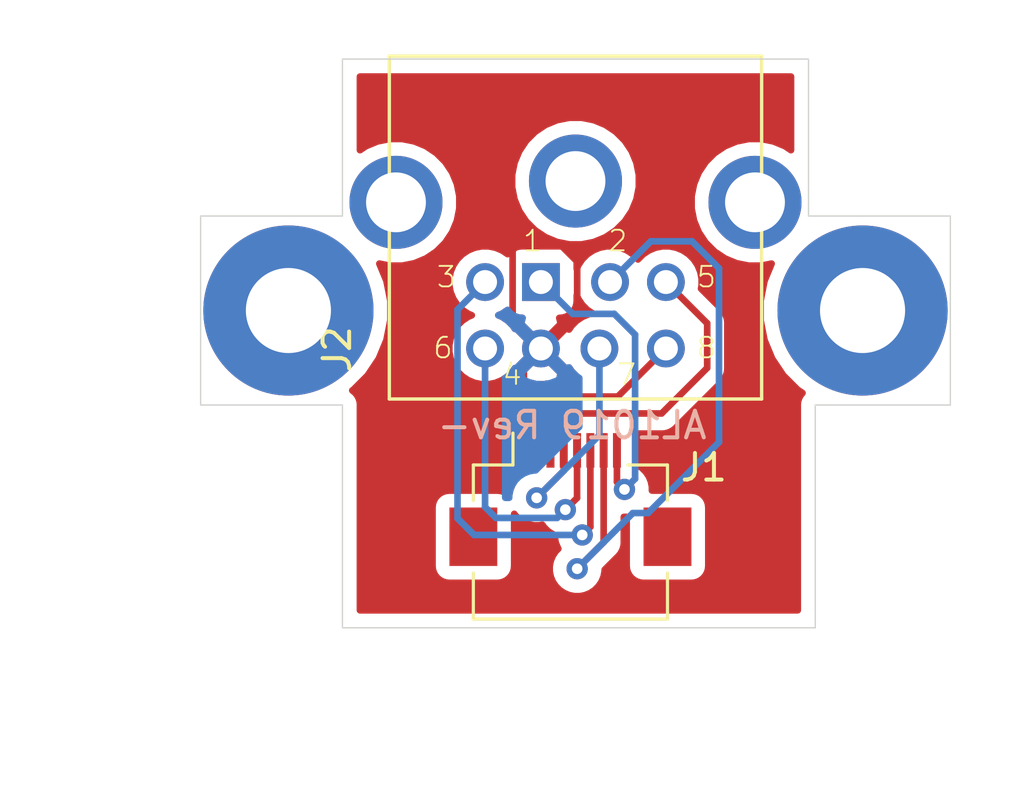
<source format=kicad_pcb>
(kicad_pcb (version 20171130) (host pcbnew 5.1.10-88a1d61d58~89~ubuntu20.04.1)

  (general
    (thickness 1.6)
    (drawings 13)
    (tracks 57)
    (zones 0)
    (modules 4)
    (nets 9)
  )

  (page A4)
  (layers
    (0 F.Cu signal)
    (31 B.Cu signal)
    (32 B.Adhes user)
    (33 F.Adhes user)
    (34 B.Paste user)
    (35 F.Paste user)
    (36 B.SilkS user)
    (37 F.SilkS user)
    (38 B.Mask user)
    (39 F.Mask user)
    (40 Dwgs.User user)
    (41 Cmts.User user)
    (42 Eco1.User user)
    (43 Eco2.User user)
    (44 Edge.Cuts user)
    (45 Margin user)
    (46 B.CrtYd user)
    (47 F.CrtYd user)
    (48 B.Fab user)
    (49 F.Fab user)
  )

  (setup
    (last_trace_width 0.25)
    (trace_clearance 0.2)
    (zone_clearance 0.508)
    (zone_45_only no)
    (trace_min 0.2)
    (via_size 0.8)
    (via_drill 0.4)
    (via_min_size 0.4)
    (via_min_drill 0.3)
    (uvia_size 0.3)
    (uvia_drill 0.1)
    (uvias_allowed no)
    (uvia_min_size 0.2)
    (uvia_min_drill 0.1)
    (edge_width 0.05)
    (segment_width 0.2)
    (pcb_text_width 0.3)
    (pcb_text_size 1.5 1.5)
    (mod_edge_width 0.12)
    (mod_text_size 1 1)
    (mod_text_width 0.15)
    (pad_size 1.524 1.524)
    (pad_drill 0.762)
    (pad_to_mask_clearance 0)
    (aux_axis_origin 0 0)
    (visible_elements FFFFFF7F)
    (pcbplotparams
      (layerselection 0x010fc_ffffffff)
      (usegerberextensions true)
      (usegerberattributes true)
      (usegerberadvancedattributes true)
      (creategerberjobfile true)
      (excludeedgelayer true)
      (linewidth 0.150000)
      (plotframeref false)
      (viasonmask false)
      (mode 1)
      (useauxorigin false)
      (hpglpennumber 1)
      (hpglpenspeed 20)
      (hpglpendiameter 15.000000)
      (psnegative false)
      (psa4output false)
      (plotreference true)
      (plotvalue false)
      (plotinvisibletext false)
      (padsonsilk false)
      (subtractmaskfromsilk false)
      (outputformat 1)
      (mirror false)
      (drillshape 0)
      (scaleselection 1)
      (outputdirectory "cam/"))
  )

  (net 0 "")
  (net 1 /GPi)
  (net 2 /HSKo)
  (net 3 /HSKi)
  (net 4 /RXD-)
  (net 5 /RXD+)
  (net 6 /TXD-)
  (net 7 /TXD+)
  (net 8 GND)

  (net_class Default "This is the default net class."
    (clearance 0.2)
    (trace_width 0.25)
    (via_dia 0.8)
    (via_drill 0.4)
    (uvia_dia 0.3)
    (uvia_drill 0.1)
    (add_net /GPi)
    (add_net /HSKi)
    (add_net /HSKo)
    (add_net /RXD+)
    (add_net /RXD-)
    (add_net /TXD+)
    (add_net /TXD-)
    (add_net GND)
  )

  (module AL_Footprints:MINI_DIN8 (layer F.Cu) (tedit 6158B9D6) (tstamp 61544835)
    (at 66.929 34.753)
    (path /6154FF55)
    (fp_text reference J2 (at -8.382 7.284 -90) (layer F.SilkS)
      (effects (font (size 1 1) (thickness 0.15)) (justify left bottom))
    )
    (fp_text value Mini-DIN-8 (at -6.35 -2.59) (layer F.Fab)
      (effects (font (size 1.6891 1.6891) (thickness 0.16891)) (justify right bottom))
    )
    (fp_line (start -6.7 1.75) (end -6.95 1.75) (layer F.SilkS) (width 0.127))
    (fp_line (start -6.7 -0.25) (end -6.7 1.75) (layer F.SilkS) (width 0.127))
    (fp_line (start -7 -0.25) (end -6.7 -0.25) (layer F.SilkS) (width 0.127))
    (fp_line (start 6.7 1.75) (end 7 1.75) (layer F.SilkS) (width 0.127))
    (fp_line (start 6.7 -0.25) (end 6.7 1.75) (layer F.SilkS) (width 0.127))
    (fp_line (start 7 -0.25) (end 6.7 -0.25) (layer F.SilkS) (width 0.127))
    (fp_line (start 7 -0.25) (end 7 -4.7) (layer F.SilkS) (width 0.127))
    (fp_line (start 7 1.75) (end 7 -0.25) (layer F.SilkS) (width 0.127))
    (fp_line (start 7 8.2) (end 7 1.75) (layer F.SilkS) (width 0.127))
    (fp_line (start -7 8.2) (end 7 8.2) (layer F.SilkS) (width 0.127))
    (fp_line (start -7 -0.25) (end -7 8.2) (layer F.SilkS) (width 0.127))
    (fp_line (start -7 -4.7) (end -7 -0.25) (layer F.SilkS) (width 0.127))
    (fp_line (start 7 -4.7) (end -7 -4.7) (layer F.SilkS) (width 0.127))
    (fp_text user 4 (at -1.972 7.731 180) (layer F.SilkS)
      (effects (font (size 0.77216 0.77216) (thickness 0.065024)) (justify right bottom))
    )
    (fp_text user 4 (at -1.972 7.731 180) (layer F.SilkS)
      (effects (font (size 0.77216 0.77216) (thickness 0.065024)) (justify right bottom))
    )
    (fp_text user 7 (at 2.334 7.731 180) (layer F.SilkS)
      (effects (font (size 0.77216 0.77216) (thickness 0.065024)) (justify right bottom))
    )
    (fp_text user 7 (at 2.334 7.731 180) (layer F.SilkS)
      (effects (font (size 0.77216 0.77216) (thickness 0.065024)) (justify right bottom))
    )
    (fp_text user 2 (at 2 2.7 180) (layer F.SilkS)
      (effects (font (size 0.77216 0.77216) (thickness 0.065024)) (justify right bottom))
    )
    (fp_text user 5 (at 5.334 4.064 180) (layer F.SilkS)
      (effects (font (size 0.77216 0.77216) (thickness 0.065024)) (justify right bottom))
    )
    (fp_text user 6 (at -4.572 6.731 180) (layer F.SilkS)
      (effects (font (size 0.77216 0.77216) (thickness 0.065024)) (justify right bottom))
    )
    (fp_text user 1 (at -1.2 2.7 180) (layer F.SilkS)
      (effects (font (size 0.77216 0.77216) (thickness 0.065024)) (justify right bottom))
    )
    (fp_text user 3 (at -4.445 4.064 180) (layer F.SilkS)
      (effects (font (size 0.77216 0.77216) (thickness 0.065024)) (justify right bottom))
    )
    (fp_text user 8 (at 5.334 6.731 180) (layer F.SilkS)
      (effects (font (size 0.77216 0.77216) (thickness 0.065024)) (justify right bottom))
    )
    (fp_text user 8 (at 5.334 6.731 180) (layer F.SilkS)
      (effects (font (size 0.77216 0.77216) (thickness 0.065024)) (justify right bottom))
    )
    (fp_text user 6 (at -4.572 6.731 180) (layer F.SilkS)
      (effects (font (size 0.77216 0.77216) (thickness 0.065024)) (justify right bottom))
    )
    (fp_text user 5 (at 5.334 4.064 180) (layer F.SilkS)
      (effects (font (size 0.77216 0.77216) (thickness 0.065024)) (justify right bottom))
    )
    (fp_text user 3 (at -4.445 4.064 180) (layer F.SilkS)
      (effects (font (size 0.77216 0.77216) (thickness 0.065024)) (justify right bottom))
    )
    (fp_text user 2 (at 2 2.7 180) (layer F.SilkS)
      (effects (font (size 0.77216 0.77216) (thickness 0.065024)) (justify right bottom))
    )
    (fp_text user 1 (at -1.2 2.7 180) (layer F.SilkS)
      (effects (font (size 0.77216 0.77216) (thickness 0.065024)) (justify right bottom))
    )
    (pad 7 thru_hole circle (at 0.9 6.3) (size 1.4224 1.4224) (drill 0.9) (layers *.Cu *.Mask)
      (net 1 /GPi) (solder_mask_margin 0.0508))
    (pad 4 thru_hole circle (at -1.3 6.3) (size 1.4224 1.4224) (drill 0.9) (layers *.Cu *.Mask)
      (net 8 GND) (solder_mask_margin 0.0508))
    (pad 6 thru_hole circle (at -3.4 6.3) (size 1.4224 1.4224) (drill 0.9) (layers *.Cu *.Mask)
      (net 7 /TXD+) (solder_mask_margin 0.0508))
    (pad 8 thru_hole circle (at 3.4 6.3) (size 1.4224 1.4224) (drill 0.9) (layers *.Cu *.Mask)
      (net 5 /RXD+) (solder_mask_margin 0.0508))
    (pad 5 thru_hole circle (at 3.4 3.8) (size 1.4224 1.4224) (drill 0.9) (layers *.Cu *.Mask)
      (net 4 /RXD-) (solder_mask_margin 0.0508))
    (pad 3 thru_hole circle (at -3.4 3.8) (size 1.4224 1.4224) (drill 0.9) (layers *.Cu *.Mask)
      (net 6 /TXD-) (solder_mask_margin 0.0508))
    (pad 1 thru_hole rect (at -1.3 3.8) (size 1.4224 1.4224) (drill 0.9) (layers *.Cu *.Mask)
      (net 2 /HSKo) (solder_mask_margin 0.0508))
    (pad 2 thru_hole circle (at 1.3 3.8) (size 1.4224 1.4224) (drill 0.9) (layers *.Cu *.Mask)
      (net 3 /HSKi) (solder_mask_margin 0.0508))
    (pad SH2 thru_hole circle (at 0 0) (size 3.5 3.5) (drill 2.25) (layers *.Cu *.Mask)
      (solder_mask_margin 0.0508))
    (pad SH3 thru_hole circle (at -6.75 0.8) (size 3.5 3.5) (drill 2.25) (layers *.Cu *.Mask)
      (solder_mask_margin 0.0508))
    (pad SH1 thru_hole circle (at 6.75 0.8) (size 3.5 3.5) (drill 2.25) (layers *.Cu *.Mask)
      (solder_mask_margin 0.0508))
    (model "/home/jjlange/Nextcloud/Projects/KiCAD Libraries/packages3d/Mini-DIN-6P.step"
      (offset (xyz 0 4.75 6.75))
      (scale (xyz 1 1 1))
      (rotate (xyz 0 0 90))
    )
  )

  (module MountingHole:MountingHole_3.2mm_M3_Pad (layer F.Cu) (tedit 56D1B4CB) (tstamp 615447E9)
    (at 77.724 39.624)
    (descr "Mounting Hole 3.2mm, M3")
    (tags "mounting hole 3.2mm m3")
    (path /61552AA5)
    (attr virtual)
    (fp_text reference H2 (at 0 -4.2) (layer F.SilkS) hide
      (effects (font (size 1 1) (thickness 0.15)))
    )
    (fp_text value MountingHole (at 0 4.2) (layer F.Fab)
      (effects (font (size 1 1) (thickness 0.15)))
    )
    (fp_circle (center 0 0) (end 3.2 0) (layer Cmts.User) (width 0.15))
    (fp_circle (center 0 0) (end 3.45 0) (layer F.CrtYd) (width 0.05))
    (fp_text user %R (at 0.3 0) (layer F.Fab)
      (effects (font (size 1 1) (thickness 0.15)))
    )
    (pad 1 thru_hole circle (at 0 0) (size 6.4 6.4) (drill 3.2) (layers *.Cu *.Mask))
  )

  (module MountingHole:MountingHole_3.2mm_M3_Pad (layer F.Cu) (tedit 56D1B4CB) (tstamp 615449E2)
    (at 56.134 39.624)
    (descr "Mounting Hole 3.2mm, M3")
    (tags "mounting hole 3.2mm m3")
    (path /61552449)
    (attr virtual)
    (fp_text reference H1 (at 0 -4.2) (layer F.SilkS) hide
      (effects (font (size 1 1) (thickness 0.15)))
    )
    (fp_text value MountingHole (at 0 4.2) (layer F.Fab)
      (effects (font (size 1 1) (thickness 0.15)))
    )
    (fp_circle (center 0 0) (end 3.2 0) (layer Cmts.User) (width 0.15))
    (fp_circle (center 0 0) (end 3.45 0) (layer F.CrtYd) (width 0.05))
    (fp_text user %R (at 0.3 0) (layer F.Fab)
      (effects (font (size 1 1) (thickness 0.15)))
    )
    (pad 1 thru_hole circle (at 0 0) (size 6.4 6.4) (drill 3.2) (layers *.Cu *.Mask))
  )

  (module Connector_FFC-FPC:Hirose_FH12-8S-0.5SH_1x08-1MP_P0.50mm_Horizontal (layer F.Cu) (tedit 5D24667B) (tstamp 6158D115)
    (at 66.7385 46.736)
    (descr "Hirose FH12, FFC/FPC connector, FH12-8S-0.5SH, 8 Pins per row (https://www.hirose.com/product/en/products/FH12/FH12-24S-0.5SH(55)/), generated with kicad-footprint-generator")
    (tags "connector Hirose FH12 horizontal")
    (path /6158D128)
    (attr smd)
    (fp_text reference J1 (at 5.0165 -1.2065) (layer F.SilkS)
      (effects (font (size 1 1) (thickness 0.15)))
    )
    (fp_text value Conn_01x08 (at 0 5.6) (layer F.Fab)
      (effects (font (size 1 1) (thickness 0.15)))
    )
    (fp_line (start 5.05 -3) (end -5.05 -3) (layer F.CrtYd) (width 0.05))
    (fp_line (start 5.05 4.9) (end 5.05 -3) (layer F.CrtYd) (width 0.05))
    (fp_line (start -5.05 4.9) (end 5.05 4.9) (layer F.CrtYd) (width 0.05))
    (fp_line (start -5.05 -3) (end -5.05 4.9) (layer F.CrtYd) (width 0.05))
    (fp_line (start -1.75 -0.492893) (end -1.25 -1.2) (layer F.Fab) (width 0.1))
    (fp_line (start -2.25 -1.2) (end -1.75 -0.492893) (layer F.Fab) (width 0.1))
    (fp_line (start -2.16 -1.3) (end -2.16 -2.5) (layer F.SilkS) (width 0.12))
    (fp_line (start 3.65 4.5) (end 3.65 2.76) (layer F.SilkS) (width 0.12))
    (fp_line (start -3.65 4.5) (end 3.65 4.5) (layer F.SilkS) (width 0.12))
    (fp_line (start -3.65 2.76) (end -3.65 4.5) (layer F.SilkS) (width 0.12))
    (fp_line (start 3.65 -1.3) (end 3.65 0.04) (layer F.SilkS) (width 0.12))
    (fp_line (start 2.16 -1.3) (end 3.65 -1.3) (layer F.SilkS) (width 0.12))
    (fp_line (start -3.65 -1.3) (end -3.65 0.04) (layer F.SilkS) (width 0.12))
    (fp_line (start -2.16 -1.3) (end -3.65 -1.3) (layer F.SilkS) (width 0.12))
    (fp_line (start 3.45 4.4) (end 0 4.4) (layer F.Fab) (width 0.1))
    (fp_line (start 3.45 3.7) (end 3.45 4.4) (layer F.Fab) (width 0.1))
    (fp_line (start 2.95 3.7) (end 3.45 3.7) (layer F.Fab) (width 0.1))
    (fp_line (start 2.95 3.4) (end 2.95 3.7) (layer F.Fab) (width 0.1))
    (fp_line (start 3.55 3.4) (end 2.95 3.4) (layer F.Fab) (width 0.1))
    (fp_line (start 3.55 -1.2) (end 3.55 3.4) (layer F.Fab) (width 0.1))
    (fp_line (start 0 -1.2) (end 3.55 -1.2) (layer F.Fab) (width 0.1))
    (fp_line (start -3.45 4.4) (end 0 4.4) (layer F.Fab) (width 0.1))
    (fp_line (start -3.45 3.7) (end -3.45 4.4) (layer F.Fab) (width 0.1))
    (fp_line (start -2.95 3.7) (end -3.45 3.7) (layer F.Fab) (width 0.1))
    (fp_line (start -2.95 3.4) (end -2.95 3.7) (layer F.Fab) (width 0.1))
    (fp_line (start -3.55 3.4) (end -2.95 3.4) (layer F.Fab) (width 0.1))
    (fp_line (start -3.55 -1.2) (end -3.55 3.4) (layer F.Fab) (width 0.1))
    (fp_line (start 0 -1.2) (end -3.55 -1.2) (layer F.Fab) (width 0.1))
    (fp_text user %R (at 0 3.7) (layer F.Fab)
      (effects (font (size 1 1) (thickness 0.15)))
    )
    (pad MP smd rect (at 3.65 1.4) (size 1.8 2.2) (layers F.Cu F.Paste F.Mask))
    (pad MP smd rect (at -3.65 1.4) (size 1.8 2.2) (layers F.Cu F.Paste F.Mask))
    (pad 1 smd rect (at -1.75 -1.85) (size 0.3 1.3) (layers F.Cu F.Paste F.Mask)
      (net 8 GND))
    (pad 2 smd rect (at -1.25 -1.85) (size 0.3 1.3) (layers F.Cu F.Paste F.Mask)
      (net 5 /RXD+))
    (pad 3 smd rect (at -0.75 -1.85) (size 0.3 1.3) (layers F.Cu F.Paste F.Mask)
      (net 4 /RXD-))
    (pad 4 smd rect (at -0.25 -1.85) (size 0.3 1.3) (layers F.Cu F.Paste F.Mask)
      (net 1 /GPi))
    (pad 5 smd rect (at 0.25 -1.85) (size 0.3 1.3) (layers F.Cu F.Paste F.Mask)
      (net 7 /TXD+))
    (pad 6 smd rect (at 0.75 -1.85) (size 0.3 1.3) (layers F.Cu F.Paste F.Mask)
      (net 6 /TXD-))
    (pad 7 smd rect (at 1.25 -1.85) (size 0.3 1.3) (layers F.Cu F.Paste F.Mask)
      (net 3 /HSKi))
    (pad 8 smd rect (at 1.75 -1.85) (size 0.3 1.3) (layers F.Cu F.Paste F.Mask)
      (net 2 /HSKo))
    (model ${KISYS3DMOD}/Connector_FFC-FPC.3dshapes/Hirose_FH12-8S-0.5SH_1x08-1MP_P0.50mm_Horizontal.wrl
      (at (xyz 0 0 0))
      (scale (xyz 1 1 1))
      (rotate (xyz 0 0 0))
    )
  )

  (gr_text "AL1019 Rev-" (at 66.802 43.942) (layer B.SilkS)
    (effects (font (size 1 1) (thickness 0.15)) (justify mirror))
  )
  (gr_line (start 58.166 36.068) (end 58.166 30.1625) (layer Edge.Cuts) (width 0.05) (tstamp 6154488E))
  (gr_line (start 52.832 36.068) (end 58.166 36.068) (layer Edge.Cuts) (width 0.05))
  (gr_line (start 52.832 43.18) (end 52.832 36.068) (layer Edge.Cuts) (width 0.05))
  (gr_line (start 58.166 43.18) (end 52.832 43.18) (layer Edge.Cuts) (width 0.05))
  (gr_line (start 58.166 51.562) (end 58.166 43.18) (layer Edge.Cuts) (width 0.05))
  (gr_line (start 75.946 51.562) (end 58.166 51.562) (layer Edge.Cuts) (width 0.05))
  (gr_line (start 75.946 43.18) (end 75.946 51.562) (layer Edge.Cuts) (width 0.05))
  (gr_line (start 81.026 43.18) (end 75.946 43.18) (layer Edge.Cuts) (width 0.05))
  (gr_line (start 81.026 36.068) (end 81.026 43.18) (layer Edge.Cuts) (width 0.05))
  (gr_line (start 75.692 36.068) (end 81.026 36.068) (layer Edge.Cuts) (width 0.05))
  (gr_line (start 75.692 30.1625) (end 75.692 36.068) (layer Edge.Cuts) (width 0.05))
  (gr_line (start 58.166 30.1625) (end 75.692 30.1625) (layer Edge.Cuts) (width 0.05))

  (via (at 65.4685 46.6725) (size 0.8) (drill 0.4) (layers F.Cu B.Cu) (net 1))
  (segment (start 66.4885 45.6525) (end 65.4685 46.6725) (width 0.25) (layer F.Cu) (net 1))
  (segment (start 66.4885 44.886) (end 66.4885 45.6525) (width 0.25) (layer F.Cu) (net 1))
  (segment (start 67.829 44.312) (end 67.829 41.053) (width 0.25) (layer B.Cu) (net 1))
  (segment (start 65.4685 46.6725) (end 67.829 44.312) (width 0.25) (layer B.Cu) (net 1))
  (via (at 68.7705 46.355) (size 0.8) (drill 0.4) (layers F.Cu B.Cu) (net 2))
  (segment (start 68.4885 46.073) (end 68.7705 46.355) (width 0.25) (layer F.Cu) (net 2))
  (segment (start 68.4885 44.886) (end 68.4885 46.073) (width 0.25) (layer F.Cu) (net 2))
  (segment (start 68.3895 39.751) (end 66.827 39.751) (width 0.25) (layer B.Cu) (net 2))
  (segment (start 69.170499 40.531999) (end 68.3895 39.751) (width 0.25) (layer B.Cu) (net 2))
  (segment (start 66.827 39.751) (end 65.629 38.553) (width 0.25) (layer B.Cu) (net 2))
  (segment (start 69.170499 45.955001) (end 69.170499 40.531999) (width 0.25) (layer B.Cu) (net 2))
  (segment (start 68.7705 46.355) (end 69.170499 45.955001) (width 0.25) (layer B.Cu) (net 2))
  (segment (start 67.9885 48.3435) (end 66.9925 49.3395) (width 0.25) (layer F.Cu) (net 3))
  (via (at 66.9925 49.3395) (size 0.8) (drill 0.4) (layers F.Cu B.Cu) (net 3))
  (segment (start 67.9885 44.886) (end 67.9885 48.3435) (width 0.25) (layer F.Cu) (net 3))
  (segment (start 66.9925 49.3395) (end 69.088 47.244) (width 0.25) (layer B.Cu) (net 3))
  (segment (start 69.088 47.244) (end 69.6595 47.244) (width 0.25) (layer B.Cu) (net 3))
  (segment (start 69.6595 47.244) (end 72.3265 44.577) (width 0.25) (layer B.Cu) (net 3))
  (segment (start 72.3265 44.577) (end 72.3265 38.0365) (width 0.25) (layer B.Cu) (net 3))
  (segment (start 72.3265 38.0365) (end 71.3105 37.0205) (width 0.25) (layer B.Cu) (net 3))
  (segment (start 69.7615 37.0205) (end 68.229 38.553) (width 0.25) (layer B.Cu) (net 3))
  (segment (start 71.3105 37.0205) (end 69.7615 37.0205) (width 0.25) (layer B.Cu) (net 3))
  (segment (start 71.882 40.106) (end 70.329 38.553) (width 0.25) (layer F.Cu) (net 4))
  (segment (start 71.882 41.783) (end 71.882 40.106) (width 0.25) (layer F.Cu) (net 4))
  (segment (start 70.1675 43.4975) (end 71.882 41.783) (width 0.25) (layer F.Cu) (net 4))
  (segment (start 66.491998 43.4975) (end 70.1675 43.4975) (width 0.25) (layer F.Cu) (net 4))
  (segment (start 66.013499 43.975999) (end 66.491998 43.4975) (width 0.25) (layer F.Cu) (net 4))
  (segment (start 66.013499 44.886) (end 66.013499 43.975999) (width 0.25) (layer F.Cu) (net 4))
  (segment (start 65.9885 44.886) (end 66.013499 44.886) (width 0.25) (layer F.Cu) (net 4))
  (segment (start 65.4885 43.864587) (end 66.490587 42.8625) (width 0.25) (layer F.Cu) (net 5))
  (segment (start 68.5195 42.8625) (end 70.329 41.053) (width 0.25) (layer F.Cu) (net 5))
  (segment (start 65.4885 44.886) (end 65.4885 43.864587) (width 0.25) (layer F.Cu) (net 5))
  (segment (start 66.490587 42.8625) (end 68.5195 42.8625) (width 0.25) (layer F.Cu) (net 5))
  (segment (start 67.4885 47.764) (end 67.183 48.0695) (width 0.25) (layer F.Cu) (net 6))
  (via (at 67.183 48.0695) (size 0.8) (drill 0.4) (layers F.Cu B.Cu) (net 6))
  (segment (start 67.4885 44.886) (end 67.4885 47.764) (width 0.25) (layer F.Cu) (net 6))
  (segment (start 67.183 48.0695) (end 63.119 48.0695) (width 0.25) (layer B.Cu) (net 6))
  (segment (start 62.492799 39.589201) (end 63.529 38.553) (width 0.25) (layer B.Cu) (net 6))
  (segment (start 62.492799 47.443299) (end 62.492799 39.589201) (width 0.25) (layer B.Cu) (net 6))
  (segment (start 63.119 48.0695) (end 62.492799 47.443299) (width 0.25) (layer B.Cu) (net 6))
  (via (at 66.548 47.117) (size 0.8) (drill 0.4) (layers F.Cu B.Cu) (net 7))
  (segment (start 66.9885 46.6765) (end 66.548 47.117) (width 0.25) (layer F.Cu) (net 7))
  (segment (start 66.9885 44.886) (end 66.9885 46.6765) (width 0.25) (layer F.Cu) (net 7))
  (segment (start 66.548 47.117) (end 66.236011 47.428989) (width 0.25) (layer B.Cu) (net 7))
  (segment (start 63.529 47.019) (end 63.529 41.053) (width 0.25) (layer B.Cu) (net 7))
  (segment (start 66.236011 47.428989) (end 63.938989 47.428989) (width 0.25) (layer B.Cu) (net 7))
  (segment (start 63.938989 47.428989) (end 63.529 47.019) (width 0.25) (layer B.Cu) (net 7))
  (segment (start 64.9885 41.6935) (end 65.629 41.053) (width 0.25) (layer F.Cu) (net 8))
  (segment (start 64.9885 44.886) (end 64.9885 41.6935) (width 0.25) (layer F.Cu) (net 8))
  (segment (start 64.565201 37.352299) (end 64.565201 39.989201) (width 0.25) (layer F.Cu) (net 8))
  (segment (start 64.8335 37.084) (end 64.565201 37.352299) (width 0.25) (layer F.Cu) (net 8))
  (segment (start 66.294 37.084) (end 64.8335 37.084) (width 0.25) (layer F.Cu) (net 8))
  (segment (start 66.9925 37.7825) (end 66.294 37.084) (width 0.25) (layer F.Cu) (net 8))
  (segment (start 66.9925 39.6895) (end 66.9925 37.7825) (width 0.25) (layer F.Cu) (net 8))
  (segment (start 64.565201 39.989201) (end 65.629 41.053) (width 0.25) (layer F.Cu) (net 8))
  (segment (start 65.629 41.053) (end 66.9925 39.6895) (width 0.25) (layer F.Cu) (net 8))

  (zone (net 8) (net_name GND) (layer B.Cu) (tstamp 6158D32A) (hatch edge 0.508)
    (connect_pads (clearance 0.508))
    (min_thickness 0.254)
    (fill yes (arc_segments 32) (thermal_gap 0.508) (thermal_bridge_width 0.508))
    (polygon
      (pts
        (xy 83.82 58.42) (xy 49.276 58.42) (xy 49.276 27.94) (xy 83.82 27.94)
      )
    )
    (filled_polygon
      (pts
        (xy 64.387263 39.618694) (xy 64.466615 39.715385) (xy 64.563306 39.794737) (xy 64.67362 39.853702) (xy 64.793318 39.890012)
        (xy 64.9178 39.902272) (xy 64.936668 39.902272) (xy 64.879332 40.123727) (xy 65.629 40.873395) (xy 65.643143 40.859253)
        (xy 65.822748 41.038858) (xy 65.808605 41.053) (xy 66.558273 41.802668) (xy 66.688348 41.768991) (xy 66.783338 41.911153)
        (xy 66.970847 42.098662) (xy 67.069001 42.164246) (xy 67.069 43.997198) (xy 65.428699 45.6375) (xy 65.366561 45.6375)
        (xy 65.166602 45.677274) (xy 64.978244 45.755295) (xy 64.808726 45.868563) (xy 64.664563 46.012726) (xy 64.551295 46.182244)
        (xy 64.473274 46.370602) (xy 64.4335 46.570561) (xy 64.4335 46.668989) (xy 64.289 46.668989) (xy 64.289 42.164246)
        (xy 64.387153 42.098662) (xy 64.503542 41.982273) (xy 64.879332 41.982273) (xy 64.940152 42.217183) (xy 65.180509 42.329202)
        (xy 65.438102 42.392176) (xy 65.70303 42.403687) (xy 65.965113 42.363291) (xy 66.21428 42.272542) (xy 66.317848 42.217183)
        (xy 66.378668 41.982273) (xy 65.629 41.232605) (xy 64.879332 41.982273) (xy 64.503542 41.982273) (xy 64.574662 41.911153)
        (xy 64.654903 41.791063) (xy 64.699727 41.802668) (xy 65.449395 41.053) (xy 64.699727 40.303332) (xy 64.654903 40.314937)
        (xy 64.574662 40.194847) (xy 64.387153 40.007338) (xy 64.166665 39.860013) (xy 64.029024 39.803) (xy 64.166665 39.745987)
        (xy 64.379344 39.60388)
      )
    )
  )
  (zone (net 8) (net_name GND) (layer F.Cu) (tstamp 6158D327) (hatch edge 0.508)
    (connect_pads (clearance 0.508))
    (min_thickness 0.254)
    (fill yes (arc_segments 32) (thermal_gap 0.508) (thermal_bridge_width 0.508))
    (polygon
      (pts
        (xy 83.82 58.42) (xy 49.276 58.42) (xy 49.276 27.94) (xy 83.82 27.94)
      )
    )
    (filled_polygon
      (pts
        (xy 75.032001 33.588631) (xy 74.808721 33.43944) (xy 74.374679 33.259654) (xy 73.913902 33.168) (xy 73.444098 33.168)
        (xy 72.983321 33.259654) (xy 72.549279 33.43944) (xy 72.158651 33.70045) (xy 71.82645 34.032651) (xy 71.56544 34.423279)
        (xy 71.385654 34.857321) (xy 71.294 35.318098) (xy 71.294 35.787902) (xy 71.385654 36.248679) (xy 71.56544 36.682721)
        (xy 71.82645 37.073349) (xy 72.158651 37.40555) (xy 72.549279 37.66656) (xy 72.983321 37.846346) (xy 73.444098 37.938)
        (xy 73.913902 37.938) (xy 74.303489 37.860507) (xy 74.036377 38.505372) (xy 73.889 39.246285) (xy 73.889 40.001715)
        (xy 74.036377 40.742628) (xy 74.325467 41.440554) (xy 74.745161 42.06867) (xy 75.27933 42.602839) (xy 75.464384 42.726488)
        (xy 75.394575 42.81155) (xy 75.33329 42.926207) (xy 75.29555 43.050617) (xy 75.282807 43.18) (xy 75.286 43.212418)
        (xy 75.286001 50.902) (xy 58.826 50.902) (xy 58.826 47.036) (xy 61.550428 47.036) (xy 61.550428 49.236)
        (xy 61.562688 49.360482) (xy 61.598998 49.48018) (xy 61.657963 49.590494) (xy 61.737315 49.687185) (xy 61.834006 49.766537)
        (xy 61.94432 49.825502) (xy 62.064018 49.861812) (xy 62.1885 49.874072) (xy 63.9885 49.874072) (xy 64.112982 49.861812)
        (xy 64.23268 49.825502) (xy 64.342994 49.766537) (xy 64.439685 49.687185) (xy 64.519037 49.590494) (xy 64.578002 49.48018)
        (xy 64.614312 49.360482) (xy 64.626572 49.236) (xy 64.626572 47.275416) (xy 64.664563 47.332274) (xy 64.808726 47.476437)
        (xy 64.978244 47.589705) (xy 65.166602 47.667726) (xy 65.366561 47.7075) (xy 65.570439 47.7075) (xy 65.682837 47.685143)
        (xy 65.744063 47.776774) (xy 65.888226 47.920937) (xy 66.057744 48.034205) (xy 66.148 48.071591) (xy 66.148 48.171439)
        (xy 66.187774 48.371398) (xy 66.265795 48.559756) (xy 66.282913 48.585376) (xy 66.188563 48.679726) (xy 66.075295 48.849244)
        (xy 65.997274 49.037602) (xy 65.9575 49.237561) (xy 65.9575 49.441439) (xy 65.997274 49.641398) (xy 66.075295 49.829756)
        (xy 66.188563 49.999274) (xy 66.332726 50.143437) (xy 66.502244 50.256705) (xy 66.690602 50.334726) (xy 66.890561 50.3745)
        (xy 67.094439 50.3745) (xy 67.294398 50.334726) (xy 67.482756 50.256705) (xy 67.652274 50.143437) (xy 67.796437 49.999274)
        (xy 67.909705 49.829756) (xy 67.987726 49.641398) (xy 68.0275 49.441439) (xy 68.0275 49.379301) (xy 68.499503 48.907299)
        (xy 68.528501 48.883501) (xy 68.623474 48.767776) (xy 68.694046 48.635747) (xy 68.737503 48.492486) (xy 68.7485 48.380833)
        (xy 68.7485 48.380825) (xy 68.752176 48.3435) (xy 68.7485 48.306175) (xy 68.7485 47.39) (xy 68.850428 47.39)
        (xy 68.850428 49.236) (xy 68.862688 49.360482) (xy 68.898998 49.48018) (xy 68.957963 49.590494) (xy 69.037315 49.687185)
        (xy 69.134006 49.766537) (xy 69.24432 49.825502) (xy 69.364018 49.861812) (xy 69.4885 49.874072) (xy 71.2885 49.874072)
        (xy 71.412982 49.861812) (xy 71.53268 49.825502) (xy 71.642994 49.766537) (xy 71.739685 49.687185) (xy 71.819037 49.590494)
        (xy 71.878002 49.48018) (xy 71.914312 49.360482) (xy 71.926572 49.236) (xy 71.926572 47.036) (xy 71.914312 46.911518)
        (xy 71.878002 46.79182) (xy 71.819037 46.681506) (xy 71.739685 46.584815) (xy 71.642994 46.505463) (xy 71.53268 46.446498)
        (xy 71.412982 46.410188) (xy 71.2885 46.397928) (xy 69.8055 46.397928) (xy 69.8055 46.253061) (xy 69.765726 46.053102)
        (xy 69.687705 45.864744) (xy 69.574437 45.695226) (xy 69.430274 45.551063) (xy 69.276572 45.448363) (xy 69.276572 44.2575)
        (xy 70.130178 44.2575) (xy 70.1675 44.261176) (xy 70.204822 44.2575) (xy 70.204833 44.2575) (xy 70.316486 44.246503)
        (xy 70.459747 44.203046) (xy 70.591776 44.132474) (xy 70.707501 44.037501) (xy 70.731304 44.008497) (xy 72.393004 42.346798)
        (xy 72.422001 42.323001) (xy 72.485205 42.245987) (xy 72.516974 42.207277) (xy 72.587546 42.075247) (xy 72.589541 42.06867)
        (xy 72.631003 41.931986) (xy 72.642 41.820333) (xy 72.642 41.820324) (xy 72.645676 41.783001) (xy 72.642 41.745678)
        (xy 72.642 40.143325) (xy 72.645676 40.106) (xy 72.642 40.068675) (xy 72.642 40.068667) (xy 72.631003 39.957014)
        (xy 72.587546 39.813753) (xy 72.516974 39.681724) (xy 72.422001 39.565999) (xy 72.393003 39.542201) (xy 71.65217 38.801369)
        (xy 71.6752 38.685589) (xy 71.6752 38.420411) (xy 71.623467 38.160328) (xy 71.521987 37.915335) (xy 71.374662 37.694847)
        (xy 71.187153 37.507338) (xy 70.966665 37.360013) (xy 70.721672 37.258533) (xy 70.461589 37.2068) (xy 70.196411 37.2068)
        (xy 69.936328 37.258533) (xy 69.691335 37.360013) (xy 69.470847 37.507338) (xy 69.283338 37.694847) (xy 69.279 37.701339)
        (xy 69.274662 37.694847) (xy 69.087153 37.507338) (xy 68.866665 37.360013) (xy 68.621672 37.258533) (xy 68.361589 37.2068)
        (xy 68.096411 37.2068) (xy 67.836328 37.258533) (xy 67.591335 37.360013) (xy 67.370847 37.507338) (xy 67.183338 37.694847)
        (xy 67.036013 37.915335) (xy 66.978272 38.054733) (xy 66.978272 37.8418) (xy 66.966012 37.717318) (xy 66.929702 37.59762)
        (xy 66.870737 37.487306) (xy 66.791385 37.390615) (xy 66.694694 37.311263) (xy 66.58438 37.252298) (xy 66.464682 37.215988)
        (xy 66.3402 37.203728) (xy 64.9178 37.203728) (xy 64.793318 37.215988) (xy 64.67362 37.252298) (xy 64.563306 37.311263)
        (xy 64.466615 37.390615) (xy 64.387263 37.487306) (xy 64.379344 37.50212) (xy 64.166665 37.360013) (xy 63.921672 37.258533)
        (xy 63.661589 37.2068) (xy 63.396411 37.2068) (xy 63.136328 37.258533) (xy 62.891335 37.360013) (xy 62.670847 37.507338)
        (xy 62.483338 37.694847) (xy 62.336013 37.915335) (xy 62.234533 38.160328) (xy 62.1828 38.420411) (xy 62.1828 38.685589)
        (xy 62.234533 38.945672) (xy 62.336013 39.190665) (xy 62.483338 39.411153) (xy 62.670847 39.598662) (xy 62.891335 39.745987)
        (xy 63.028976 39.803) (xy 62.891335 39.860013) (xy 62.670847 40.007338) (xy 62.483338 40.194847) (xy 62.336013 40.415335)
        (xy 62.234533 40.660328) (xy 62.1828 40.920411) (xy 62.1828 41.185589) (xy 62.234533 41.445672) (xy 62.336013 41.690665)
        (xy 62.483338 41.911153) (xy 62.670847 42.098662) (xy 62.891335 42.245987) (xy 63.136328 42.347467) (xy 63.396411 42.3992)
        (xy 63.661589 42.3992) (xy 63.921672 42.347467) (xy 64.166665 42.245987) (xy 64.387153 42.098662) (xy 64.574662 41.911153)
        (xy 64.654903 41.791063) (xy 64.699727 41.802668) (xy 65.449395 41.053) (xy 64.699727 40.303332) (xy 64.654903 40.314937)
        (xy 64.574662 40.194847) (xy 64.387153 40.007338) (xy 64.166665 39.860013) (xy 64.029024 39.803) (xy 64.166665 39.745987)
        (xy 64.379344 39.60388) (xy 64.387263 39.618694) (xy 64.466615 39.715385) (xy 64.563306 39.794737) (xy 64.67362 39.853702)
        (xy 64.793318 39.890012) (xy 64.9178 39.902272) (xy 64.936668 39.902272) (xy 64.879332 40.123727) (xy 65.629 40.873395)
        (xy 66.378668 40.123727) (xy 66.321332 39.902272) (xy 66.3402 39.902272) (xy 66.464682 39.890012) (xy 66.58438 39.853702)
        (xy 66.694694 39.794737) (xy 66.791385 39.715385) (xy 66.870737 39.618694) (xy 66.929702 39.50838) (xy 66.966012 39.388682)
        (xy 66.978272 39.2642) (xy 66.978272 39.051267) (xy 67.036013 39.190665) (xy 67.183338 39.411153) (xy 67.370847 39.598662)
        (xy 67.570246 39.731896) (xy 67.436328 39.758533) (xy 67.191335 39.860013) (xy 66.970847 40.007338) (xy 66.783338 40.194847)
        (xy 66.688348 40.337009) (xy 66.558273 40.303332) (xy 65.808605 41.053) (xy 66.558273 41.802668) (xy 66.688348 41.768991)
        (xy 66.783338 41.911153) (xy 66.970847 42.098662) (xy 66.976591 42.1025) (xy 66.527909 42.1025) (xy 66.490586 42.098824)
        (xy 66.453263 42.1025) (xy 66.453254 42.1025) (xy 66.344774 42.113184) (xy 66.378668 41.982273) (xy 65.629 41.232605)
        (xy 64.879332 41.982273) (xy 64.940152 42.217183) (xy 65.180509 42.329202) (xy 65.438102 42.392176) (xy 65.70303 42.403687)
        (xy 65.905861 42.372424) (xy 64.977498 43.300788) (xy 64.9485 43.324586) (xy 64.924702 43.353584) (xy 64.924701 43.353585)
        (xy 64.853526 43.440311) (xy 64.782954 43.572341) (xy 64.773141 43.604693) (xy 64.703768 43.612315) (xy 64.584682 43.650584)
        (xy 64.47535 43.71135) (xy 64.379974 43.792278) (xy 64.302218 43.890258) (xy 64.245072 44.001525) (xy 64.21073 44.121802)
        (xy 64.200514 44.246468) (xy 64.2035 44.60025) (xy 64.36225 44.759) (xy 64.700428 44.759) (xy 64.700428 45.013)
        (xy 64.36225 45.013) (xy 64.2035 45.17175) (xy 64.200514 45.525532) (xy 64.21073 45.650198) (xy 64.245072 45.770475)
        (xy 64.302218 45.881742) (xy 64.379974 45.979722) (xy 64.47535 46.06065) (xy 64.584682 46.121416) (xy 64.590656 46.123336)
        (xy 64.551295 46.182244) (xy 64.473274 46.370602) (xy 64.4335 46.570561) (xy 64.4335 46.579739) (xy 64.342994 46.505463)
        (xy 64.23268 46.446498) (xy 64.112982 46.410188) (xy 63.9885 46.397928) (xy 62.1885 46.397928) (xy 62.064018 46.410188)
        (xy 61.94432 46.446498) (xy 61.834006 46.505463) (xy 61.737315 46.584815) (xy 61.657963 46.681506) (xy 61.598998 46.79182)
        (xy 61.562688 46.911518) (xy 61.550428 47.036) (xy 58.826 47.036) (xy 58.826 43.212418) (xy 58.829193 43.18)
        (xy 58.81645 43.050617) (xy 58.77871 42.926207) (xy 58.717425 42.81155) (xy 58.634948 42.711052) (xy 58.53701 42.630676)
        (xy 58.57867 42.602839) (xy 59.112839 42.06867) (xy 59.532533 41.440554) (xy 59.821623 40.742628) (xy 59.969 40.001715)
        (xy 59.969 39.246285) (xy 59.821623 38.505372) (xy 59.554511 37.860507) (xy 59.944098 37.938) (xy 60.413902 37.938)
        (xy 60.874679 37.846346) (xy 61.308721 37.66656) (xy 61.699349 37.40555) (xy 62.03155 37.073349) (xy 62.29256 36.682721)
        (xy 62.472346 36.248679) (xy 62.564 35.787902) (xy 62.564 35.318098) (xy 62.472346 34.857321) (xy 62.331836 34.518098)
        (xy 64.544 34.518098) (xy 64.544 34.987902) (xy 64.635654 35.448679) (xy 64.81544 35.882721) (xy 65.07645 36.273349)
        (xy 65.408651 36.60555) (xy 65.799279 36.86656) (xy 66.233321 37.046346) (xy 66.694098 37.138) (xy 67.163902 37.138)
        (xy 67.624679 37.046346) (xy 68.058721 36.86656) (xy 68.449349 36.60555) (xy 68.78155 36.273349) (xy 69.04256 35.882721)
        (xy 69.222346 35.448679) (xy 69.314 34.987902) (xy 69.314 34.518098) (xy 69.222346 34.057321) (xy 69.04256 33.623279)
        (xy 68.78155 33.232651) (xy 68.449349 32.90045) (xy 68.058721 32.63944) (xy 67.624679 32.459654) (xy 67.163902 32.368)
        (xy 66.694098 32.368) (xy 66.233321 32.459654) (xy 65.799279 32.63944) (xy 65.408651 32.90045) (xy 65.07645 33.232651)
        (xy 64.81544 33.623279) (xy 64.635654 34.057321) (xy 64.544 34.518098) (xy 62.331836 34.518098) (xy 62.29256 34.423279)
        (xy 62.03155 34.032651) (xy 61.699349 33.70045) (xy 61.308721 33.43944) (xy 60.874679 33.259654) (xy 60.413902 33.168)
        (xy 59.944098 33.168) (xy 59.483321 33.259654) (xy 59.049279 33.43944) (xy 58.826 33.588631) (xy 58.826 30.8225)
        (xy 75.032 30.8225)
      )
    )
  )
)

</source>
